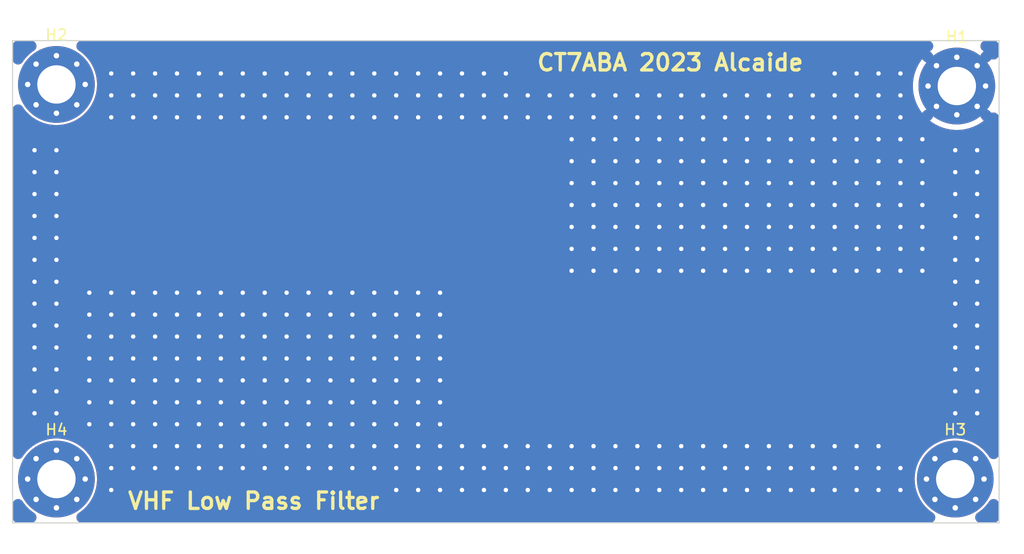
<source format=kicad_pcb>
(kicad_pcb (version 20211014) (generator pcbnew)
  (layers (0 "F.Cu" signal) (31 "B.Cu" signal) (34 "B.Paste" user) (35 "F.Paste" user) (36 "B.SilkS" user "B.Silkscreen") (37 "F.SilkS" user "F.Silkscreen") (38 "B.Mask" user) (39 "F.Mask" user) (44 "Edge.Cuts" user))
  (net 0 "")
  (net 1 "gnd")
  (footprint "MountingHole:MountingHole_3.5mm_Pad_Via" (layer "F.Cu") (at 176.143845 62.143845)
    (fp_text reference "H1" (at 0 -4.5) (layer "F.SilkS"))
    (fp_text value "MountingHole")
    (pad "1" thru_hole circle locked (at -2.625 0) (size 0.8 0.8) (drill 0.5) (layers *.Cu *.Mask))
    (pad "1" thru_hole circle locked (at 1.856155 -1.856155) (size 0.8 0.8) (drill 0.5) (layers *.Cu *.Mask))
    (pad "1" thru_hole circle locked (at -1.856155 -1.856155) (size 0.8 0.8) (drill 0.5) (layers *.Cu *.Mask))
    (pad "1" thru_hole circle locked (at -1.856155 1.856155) (size 0.8 0.8) (drill 0.5) (layers *.Cu *.Mask))
    (pad "1" thru_hole circle locked (at 0 2.625) (size 0.8 0.8) (drill 0.5) (layers *.Cu *.Mask))
    (pad "1" thru_hole circle locked (at 1.856155 1.856155) (size 0.8 0.8) (drill 0.5) (layers *.Cu *.Mask))
    (pad "1" thru_hole circle locked (at 2.625 0) (size 0.8 0.8) (drill 0.5) (layers *.Cu *.Mask))
    (pad "1" thru_hole circle (at 0 0) (size 7 7) (drill 3.5) (layers *.Cu *.Mask) (net 1 "gnd"))
    (pad "1" thru_hole circle locked (at 0 -2.625) (size 0.8 0.8) (drill 0.5) (layers *.Cu *.Mask))
  )
  (footprint "MountingHole:MountingHole_3.5mm_Pad_Via" (layer "F.Cu") (at 176 98)
    (fp_text reference "H3" (at 0 -4.5) (layer "F.SilkS"))
    (fp_text value "MountingHole")
    (pad "1" thru_hole circle locked (at 2.625 0) (size 0.8 0.8) (drill 0.5) (layers *.Cu *.Mask))
    (pad "1" thru_hole circle locked (at 0 2.625) (size 0.8 0.8) (drill 0.5) (layers *.Cu *.Mask))
    (pad "1" thru_hole circle locked (at 0 0) (size 7 7) (drill 3.5) (layers *.Cu *.Mask))
    (pad "1" thru_hole circle locked (at -1.856155 1.856155) (size 0.8 0.8) (drill 0.5) (layers *.Cu *.Mask))
    (pad "1" thru_hole circle locked (at 1.856155 -1.856155) (size 0.8 0.8) (drill 0.5) (layers *.Cu *.Mask))
    (pad "1" thru_hole circle locked (at 1.856155 1.856155) (size 0.8 0.8) (drill 0.5) (layers *.Cu *.Mask))
    (pad "1" thru_hole circle locked (at -1.856155 -1.856155) (size 0.8 0.8) (drill 0.5) (layers *.Cu *.Mask))
    (pad "1" thru_hole circle locked (at 0 -2.625) (size 0.8 0.8) (drill 0.5) (layers *.Cu *.Mask))
    (pad "1" thru_hole circle locked (at -2.625 0) (size 0.8 0.8) (drill 0.5) (layers *.Cu *.Mask))
  )
  (footprint "MountingHole:MountingHole_3.5mm_Pad_Via" (layer "F.Cu") (at 94 98)
    (fp_text reference "H4" (at 0 -4.5) (layer "F.SilkS"))
    (fp_text value "MountingHole")
    (pad "1" thru_hole circle locked (at 0 0) (size 7 7) (drill 3.5) (layers *.Cu *.Mask))
    (pad "1" thru_hole circle locked (at 0 -2.625) (size 0.8 0.8) (drill 0.5) (layers *.Cu *.Mask))
    (pad "1" thru_hole circle locked (at -1.856155 1.856155) (size 0.8 0.8) (drill 0.5) (layers *.Cu *.Mask))
    (pad "1" thru_hole circle locked (at -2.625 0) (size 0.8 0.8) (drill 0.5) (layers *.Cu *.Mask))
    (pad "1" thru_hole circle locked (at 1.856155 -1.856155) (size 0.8 0.8) (drill 0.5) (layers *.Cu *.Mask))
    (pad "1" thru_hole circle locked (at 0 2.625) (size 0.8 0.8) (drill 0.5) (layers *.Cu *.Mask))
    (pad "1" thru_hole circle locked (at 2.625 0) (size 0.8 0.8) (drill 0.5) (layers *.Cu *.Mask))
    (pad "1" thru_hole circle locked (at 1.856155 1.856155) (size 0.8 0.8) (drill 0.5) (layers *.Cu *.Mask))
    (pad "1" thru_hole circle locked (at -1.856155 -1.856155) (size 0.8 0.8) (drill 0.5) (layers *.Cu *.Mask))
  )
  (footprint "MountingHole:MountingHole_3.5mm_Pad_Via" (layer "F.Cu") (at 94 62)
    (fp_text reference "H2" (at 0 -4.5) (layer "F.SilkS"))
    (fp_text value "MountingHole")
    (pad "1" thru_hole circle locked (at 2.625 0) (size 0.8 0.8) (drill 0.5) (layers *.Cu *.Mask))
    (pad "1" thru_hole circle locked (at 0 -2.625) (size 0.8 0.8) (drill 0.5) (layers *.Cu *.Mask))
    (pad "1" thru_hole circle locked (at -1.856155 -1.856155) (size 0.8 0.8) (drill 0.5) (layers *.Cu *.Mask))
    (pad "1" thru_hole circle locked (at 1.856155 -1.856155) (size 0.8 0.8) (drill 0.5) (layers *.Cu *.Mask))
    (pad "1" thru_hole circle locked (at -2.625 0) (size 0.8 0.8) (drill 0.5) (layers *.Cu *.Mask))
    (pad "1" thru_hole circle locked (at 1.856155 1.856155) (size 0.8 0.8) (drill 0.5) (layers *.Cu *.Mask))
    (pad "1" thru_hole circle locked (at 0 0) (size 7 7) (drill 3.5) (layers *.Cu *.Mask))
    (pad "1" thru_hole circle locked (at -1.856155 1.856155) (size 0.8 0.8) (drill 0.5) (layers *.Cu *.Mask))
    (pad "1" thru_hole circle locked (at 0 2.625) (size 0.8 0.8) (drill 0.5) (layers *.Cu *.Mask))
  )
  (gr_poly (pts (xy 152 91) (xy 133 91) (xy 133 84) (xy 152 84)) (layer "F.Cu") (width 0.2) (fill solid))
  (gr_poly (pts (xy 172 91) (xy 154 91) (xy 154 84) (xy 172 84)) (layer "F.Cu") (width 0.2) (fill solid))
  (gr_poly (pts (xy 137 76) (xy 119 76) (xy 119 69) (xy 137 69)) (layer "F.Cu") (width 0.2) (fill solid))
  (gr_poly (pts (xy 117 76) (xy 98 76) (xy 98 69) (xy 117 69)) (layer "F.Cu") (width 0.2) (fill solid))
  (gr_poly (pts (xy 180 102) (xy 90 102) (xy 90 58) (xy 180 58)) (layer "Edge.Cuts") (width 0.1) (fill none))
  (gr_text "VHF Low Pass Filter" (at 112 100) (layer "F.SilkS") (effects (font (size 1.5 1.5) (thickness 0.3))))
  (gr_text "CT7ABA 2023 Alcaide" (at 150 60) (layer "F.SilkS") (effects (font (size 1.5 1.5) (thickness 0.3))))
  (via (at 165 99) (size 0.8) (drill 0.4) (layers "F.Cu" "B.Cu") (net 1))
  (via (at 157 65) (size 0.8) (drill 0.4) (layers "F.Cu" "B.Cu") (net 1))
  (via (at 97 91) (size 0.8) (drill 0.4) (layers "F.Cu" "B.Cu") (net 1))
  (via (at 151 95) (size 0.8) (drill 0.4) (layers "F.Cu" "B.Cu") (net 1))
  (via (at 107 81) (size 0.8) (drill 0.4) (layers "F.Cu" "B.Cu") (net 1))
  (via (at 157 77) (size 0.8) (drill 0.4) (layers "F.Cu" "B.Cu") (net 1))
  (via (at 176 86) (size 0.8) (drill 0.4) (layers "F.Cu" "B.Cu") (net 1))
  (via (at 149 75) (size 0.8) (drill 0.4) (layers "F.Cu" "B.Cu") (net 1))
  (via (at 169 63) (size 0.8) (drill 0.4) (layers "F.Cu" "B.Cu") (net 1))
  (via (at 141 67) (size 0.8) (drill 0.4) (layers "F.Cu" "B.Cu") (net 1))
  (via (at 121 89) (size 0.8) (drill 0.4) (layers "F.Cu" "B.Cu") (net 1))
  (via (at 165 95) (size 0.8) (drill 0.4) (layers "F.Cu" "B.Cu") (net 1))
  (via (at 143 65) (size 0.8) (drill 0.4) (layers "F.Cu" "B.Cu") (net 1))
  (via (at 113 97) (size 0.8) (drill 0.4) (layers "F.Cu" "B.Cu") (net 1))
  (via (at 92 88) (size 0.8) (drill 0.4) (layers "F.Cu" "B.Cu") (net 1))
  (via (at 99 99) (size 0.8) (drill 0.4) (layers "F.Cu" "B.Cu") (net 1))
  (via (at 127 61) (size 0.8) (drill 0.4) (layers "F.Cu" "B.Cu") (net 1))
  (via (at 115 87) (size 0.8) (drill 0.4) (layers "F.Cu" "B.Cu") (net 1))
  (via (at 157 69) (size 0.8) (drill 0.4) (layers "F.Cu" "B.Cu") (net 1))
  (via (at 107 63) (size 0.8) (drill 0.4) (layers "F.Cu" "B.Cu") (net 1))
  (via (at 176 68) (size 0.8) (drill 0.4) (layers "F.Cu" "B.Cu") (net 1))
  (via (at 139 63) (size 0.8) (drill 0.4) (layers "F.Cu" "B.Cu") (net 1))
  (via (at 141 77) (size 0.8) (drill 0.4) (layers "F.Cu" "B.Cu") (net 1))
  (via (at 101 63) (size 0.8) (drill 0.4) (layers "F.Cu" "B.Cu") (net 1))
  (via (at 163 71) (size 0.8) (drill 0.4) (layers "F.Cu" "B.Cu") (net 1))
  (via (at 157 73) (size 0.8) (drill 0.4) (layers "F.Cu" "B.Cu") (net 1))
  (via (at 105 81) (size 0.8) (drill 0.4) (layers "F.Cu" "B.Cu") (net 1))
  (via (at 143 77) (size 0.8) (drill 0.4) (layers "F.Cu" "B.Cu") (net 1))
  (via (at 149 71) (size 0.8) (drill 0.4) (layers "F.Cu" "B.Cu") (net 1))
  (via (at 107 65) (size 0.8) (drill 0.4) (layers "F.Cu" "B.Cu") (net 1))
  (via (at 105 91) (size 0.8) (drill 0.4) (layers "F.Cu" "B.Cu") (net 1))
  (via (at 113 91) (size 0.8) (drill 0.4) (layers "F.Cu" "B.Cu") (net 1))
  (via (at 129 95) (size 0.8) (drill 0.4) (layers "F.Cu" "B.Cu") (net 1))
  (via (at 163 75) (size 0.8) (drill 0.4) (layers "F.Cu" "B.Cu") (net 1))
  (via (at 133 99) (size 0.8) (drill 0.4) (layers "F.Cu" "B.Cu") (net 1))
  (via (at 111 97) (size 0.8) (drill 0.4) (layers "F.Cu" "B.Cu") (net 1))
  (via (at 173 71) (size 0.8) (drill 0.4) (layers "F.Cu" "B.Cu") (net 1))
  (via (at 163 73) (size 0.8) (drill 0.4) (layers "F.Cu" "B.Cu") (net 1))
  (via (at 127 81) (size 0.8) (drill 0.4) (layers "F.Cu" "B.Cu") (net 1))
  (via (at 97 83) (size 0.8) (drill 0.4) (layers "F.Cu" "B.Cu") (net 1))
  (via (at 121 63) (size 0.8) (drill 0.4) (layers "F.Cu" "B.Cu") (net 1))
  (via (at 163 99) (size 0.8) (drill 0.4) (layers "F.Cu" "B.Cu") (net 1))
  (via (at 167 95) (size 0.8) (drill 0.4) (layers "F.Cu" "B.Cu") (net 1))
  (via (at 117 61) (size 0.8) (drill 0.4) (layers "F.Cu" "B.Cu") (net 1))
  (via (at 171 61) (size 0.8) (drill 0.4) (layers "F.Cu" "B.Cu") (net 1))
  (via (at 127 91) (size 0.8) (drill 0.4) (layers "F.Cu" "B.Cu") (net 1))
  (via (at 159 69) (size 0.8) (drill 0.4) (layers "F.Cu" "B.Cu") (net 1))
  (via (at 92 90) (size 0.8) (drill 0.4) (layers "F.Cu" "B.Cu") (net 1))
  (via (at 135 95) (size 0.8) (drill 0.4) (layers "F.Cu" "B.Cu") (net 1))
  (via (at 125 89) (size 0.8) (drill 0.4) (layers "F.Cu" "B.Cu") (net 1))
  (via (at 105 63) (size 0.8) (drill 0.4) (layers "F.Cu" "B.Cu") (net 1))
  (via (at 123 65) (size 0.8) (drill 0.4) (layers "F.Cu" "B.Cu") (net 1))
  (via (at 151 71) (size 0.8) (drill 0.4) (layers "F.Cu" "B.Cu") (net 1))
  (via (at 119 91) (size 0.8) (drill 0.4) (layers "F.Cu" "B.Cu") (net 1))
  (via (at 113 87) (size 0.8) (drill 0.4) (layers "F.Cu" "B.Cu") (net 1))
  (via (at 165 75) (size 0.8) (drill 0.4) (layers "F.Cu" "B.Cu") (net 1))
  (via (at 97 87) (size 0.8) (drill 0.4) (layers "F.Cu" "B.Cu") (net 1))
  (via (at 147 73) (size 0.8) (drill 0.4) (layers "F.Cu" "B.Cu") (net 1))
  (via (at 171 63) (size 0.8) (drill 0.4) (layers "F.Cu" "B.Cu") (net 1))
  (via (at 155 67) (size 0.8) (drill 0.4) (layers "F.Cu" "B.Cu") (net 1))
  (via (at 167 97) (size 0.8) (drill 0.4) (layers "F.Cu" "B.Cu") (net 1))
  (via (at 131 65) (size 0.8) (drill 0.4) (layers "F.Cu" "B.Cu") (net 1))
  (via (at 129 93) (size 0.8) (drill 0.4) (layers "F.Cu" "B.Cu") (net 1))
  (via (at 94 78) (size 0.8) (drill 0.4) (layers "F.Cu" "B.Cu") (net 1))
  (via (at 176 80) (size 0.8) (drill 0.4) (layers "F.Cu" "B.Cu") (net 1))
  (via (at 145 99) (size 0.8) (drill 0.4) (layers "F.Cu" "B.Cu") (net 1))
  (via (at 167 69) (size 0.8) (drill 0.4) (layers "F.Cu" "B.Cu") (net 1))
  (via (at 123 83) (size 0.8) (drill 0.4) (layers "F.Cu" "B.Cu") (net 1))
  (via (at 109 85) (size 0.8) (drill 0.4) (layers "F.Cu" "B.Cu") (net 1))
  (via (at 173 79) (size 0.8) (drill 0.4) (layers "F.Cu" "B.Cu") (net 1))
  (via (at 131 95) (size 0.8) (drill 0.4) (layers "F.Cu" "B.Cu") (net 1))
  (via (at 101 61) (size 0.8) (drill 0.4) (layers "F.Cu" "B.Cu") (net 1))
  (via (at 101 95) (size 0.8) (drill 0.4) (layers "F.Cu" "B.Cu") (net 1))
  (via (at 99 83) (size 0.8) (drill 0.4) (layers "F.Cu" "B.Cu") (net 1))
  (via (at 163 67) (size 0.8) (drill 0.4) (layers "F.Cu" "B.Cu") (net 1))
  (via (at 169 73) (size 0.8) (drill 0.4) (layers "F.Cu" "B.Cu") (net 1))
  (via (at 109 87) (size 0.8) (drill 0.4) (layers "F.Cu" "B.Cu") (net 1))
  (via (at 133 65) (size 0.8) (drill 0.4) (layers "F.Cu" "B.Cu") (net 1))
  (via (at 103 63) (size 0.8) (drill 0.4) (layers "F.Cu" "B.Cu") (net 1))
  (via (at 145 95) (size 0.8) (drill 0.4) (layers "F.Cu" "B.Cu") (net 1))
  (via (at 171 73) (size 0.8) (drill 0.4) (layers "F.Cu" "B.Cu") (net 1))
  (via (at 137 97) (size 0.8) (drill 0.4) (layers "F.Cu" "B.Cu") (net 1))
  (via (at 94 84) (size 0.8) (drill 0.4) (layers "F.Cu" "B.Cu") (net 1))
  (via (at 165 67) (size 0.8) (drill 0.4) (layers "F.Cu" "B.Cu") (net 1))
  (via (at 92 72) (size 0.8) (drill 0.4) (layers "F.Cu" "B.Cu") (net 1))
  (via (at 101 81) (size 0.8) (drill 0.4) (layers "F.Cu" "B.Cu") (net 1))
  (via (at 117 97) (size 0.8) (drill 0.4) (layers "F.Cu" "B.Cu") (net 1))
  (via (at 176 82) (size 0.8) (drill 0.4) (layers "F.Cu" "B.Cu") (net 1))
  (via (at 115 93) (size 0.8) (drill 0.4) (layers "F.Cu" "B.Cu") (net 1))
  (via (at 103 85) (size 0.8) (drill 0.4) (layers "F.Cu" "B.Cu") (net 1))
  (via (at 143 97) (size 0.8) (drill 0.4) (layers "F.Cu" "B.Cu") (net 1))
  (via (at 123 91) (size 0.8) (drill 0.4) (layers "F.Cu" "B.Cu") (net 1))
  (via (at 141 71) (size 0.8) (drill 0.4) (layers "F.Cu" "B.Cu") (net 1))
  (via (at 123 93) (size 0.8) (drill 0.4) (layers "F.Cu" "B.Cu") (net 1))
  (via (at 119 63) (size 0.8) (drill 0.4) (layers "F.Cu" "B.Cu") (net 1))
  (via (at 111 63) (size 0.8) (drill 0.4) (layers "F.Cu" "B.Cu") (net 1))
  (via (at 147 67) (size 0.8) (drill 0.4) (layers "F.Cu" "B.Cu") (net 1))
  (via (at 153 69) (size 0.8) (drill 0.4) (layers "F.Cu" "B.Cu") (net 1))
  (via (at 159 77) (size 0.8) (drill 0.4) (layers "F.Cu" "B.Cu") (net 1))
  (via (at 161 71) (size 0.8) (drill 0.4) (layers "F.Cu" "B.Cu") (net 1))
  (via (at 109 95) (size 0.8) (drill 0.4) (layers "F.Cu" "B.Cu") (net 1))
  (via (at 92 68) (size 0.8) (drill 0.4) (layers "F.Cu" "B.Cu") (net 1))
  (via (at 176 78) (size 0.8) (drill 0.4) (layers "F.Cu" "B.Cu") (net 1))
  (via (at 149 97) (size 0.8) (drill 0.4) (layers "F.Cu" "B.Cu") (net 1))
  (via (at 143 75) (size 0.8) (drill 0.4) (layers "F.Cu" "B.Cu") (net 1))
  (via (at 141 79) (size 0.8) (drill 0.4) (layers "F.Cu" "B.Cu") (net 1))
  (via (at 169 79) (size 0.8) (drill 0.4) (layers "F.Cu" "B.Cu") (net 1))
  (via (at 178 76) (size 0.8) (drill 0.4) (layers "F.Cu" "B.Cu") (net 1))
  (via (at 117 87) (size 0.8) (drill 0.4) (layers "F.Cu" "B.Cu") (net 1))
  (via (at 119 95) (size 0.8) (drill 0.4) (layers "F.Cu" "B.Cu") (net 1))
  (via (at 165 65) (size 0.8) (drill 0.4) (layers "F.Cu" "B.Cu") (net 1))
  (via (at 107 85) (size 0.8) (drill 0.4) (layers "F.Cu" "B.Cu") (net 1))
  (via (at 119 93) (size 0.8) (drill 0.4) (layers "F.Cu" "B.Cu") (net 1))
  (via (at 151 97) (size 0.8) (drill 0.4) (layers "F.Cu" "B.Cu") (net 1))
  (via (at 139 65) (size 0.8) (drill 0.4) (layers "F.Cu" "B.Cu") (net 1))
  (via (at 131 97) (size 0.8) (drill 0.4) (layers "F.Cu" "B.Cu") (net 1))
  (via (at 137 65) (size 0.8) (drill 0.4) (layers "F.Cu" "B.Cu") (net 1))
  (via (at 92 82) (size 0.8) (drill 0.4) (layers "F.Cu" "B.Cu") (net 1))
  (via (at 121 91) (size 0.8) (drill 0.4) (layers "F.Cu" "B.Cu") (net 1))
  (via (at 105 85) (size 0.8) (drill 0.4) (layers "F.Cu" "B.Cu") (net 1))
  (via (at 115 63) (size 0.8) (drill 0.4) (layers "F.Cu" "B.Cu") (net 1))
  (via (at 153 63) (size 0.8) (drill 0.4) (layers "F.Cu" "B.Cu") (net 1))
  (via (at 141 65) (size 0.8) (drill 0.4) (layers "F.Cu" "B.Cu") (net 1))
  (via (at 94 92) (size 0.8) (drill 0.4) (layers "F.Cu" "B.Cu") (net 1))
  (via (at 115 85) (size 0.8) (drill 0.4) (layers "F.Cu" "B.Cu") (net 1))
  (via (at 145 71) (size 0.8) (drill 0.4) (layers "F.Cu" "B.Cu") (net 1))
  (via (at 155 71) (size 0.8) (drill 0.4) (layers "F.Cu" "B.Cu") (net 1))
  (via (at 151 77) (size 0.8) (drill 0.4) (layers "F.Cu" "B.Cu") (net 1))
  (via (at 147 65) (size 0.8) (drill 0.4) (layers "F.Cu" "B.Cu") (net 1))
  (via (at 171 75) (size 0.8) (drill 0.4) (layers "F.Cu" "B.Cu") (net 1))
  (via (at 176 84) (size 0.8) (drill 0.4) (layers "F.Cu" "B.Cu") (net 1))
  (via (at 153 75) (size 0.8) (drill 0.4) (layers "F.Cu" "B.Cu") (net 1))
  (via (at 107 87) (size 0.8) (drill 0.4) (layers "F.Cu" "B.Cu") (net 1))
  (via (at 99 85) (size 0.8) (drill 0.4) (layers "F.Cu" "B.Cu") (net 1))
  (via (at 139 99) (size 0.8) (drill 0.4) (layers "F.Cu" "B.Cu") (net 1))
  (via (at 107 91) (size 0.8) (drill 0.4) (layers "F.Cu" "B.Cu") (net 1))
  (via (at 99 87) (size 0.8) (drill 0.4) (layers "F.Cu" "B.Cu") (net 1))
  (via (at 147 97) (size 0.8) (drill 0.4) (layers "F.Cu" "B.Cu") (net 1))
  (via (at 171 77) (size 0.8) (drill 0.4) (layers "F.Cu" "B.Cu") (net 1))
  (via (at 129 83) (size 0.8) (drill 0.4) (layers "F.Cu" "B.Cu") (net 1))
  (via (at 125 93) (size 0.8) (drill 0.4) (layers "F.Cu" "B.Cu") (net 1))
  (via (at 159 67) (size 0.8) (drill 0.4) (layers "F.Cu" "B.Cu") (net 1))
  (via (at 113 85) (size 0.8) (drill 0.4) (layers "F.Cu" "B.Cu") (net 1))
  (via (at 137 63) (size 0.8) (drill 0.4) (layers "F.Cu" "B.Cu") (net 1))
  (via (at 117 95) (size 0.8) (drill 0.4) (layers "F.Cu" "B.Cu") (net 1))
  (via (at 169 75) (size 0.8) (drill 0.4) (layers "F.Cu" "B.Cu") (net 1))
  (via (at 145 67) (size 0.8) (drill 0.4) (layers "F.Cu" "B.Cu") (net 1))
  (via (at 157 63) (size 0.8) (drill 0.4) (layers "F.Cu" "B.Cu") (net 1))
  (via (at 178 80) (size 0.8) (drill 0.4) (layers "F.Cu" "B.Cu") (net 1))
  (via (at 145 73) (size 0.8) (drill 0.4) (layers "F.Cu" "B.Cu") (net 1))
  (via (at 107 95) (size 0.8) (drill 0.4) (layers "F.Cu" "B.Cu") (net 1))
  (via (at 101 89) (size 0.8) (drill 0.4) (layers "F.Cu" "B.Cu") (net 1))
  (via (at 103 95) (size 0.8) (drill 0.4) (layers "F.Cu" "B.Cu") (net 1))
  (via (at 149 67) (size 0.8) (drill 0.4) (layers "F.Cu" "B.Cu") (net 1))
  (via (at 103 65) (size 0.8) (drill 0.4) (layers "F.Cu" "B.Cu") (net 1))
  (via (at 123 85) (size 0.8) (drill 0.4) (layers "F.Cu" "B.Cu") (net 1))
  (via (at 121 87) (size 0.8) (drill 0.4) (layers "F.Cu" "B.Cu") (net 1))
  (via (at 105 61) (size 0.8) (drill 0.4) (layers "F.Cu" "B.Cu") (net 1))
  (via (at 94 80) (size 0.8) (drill 0.4) (layers "F.Cu" "B.Cu") (net 1))
  (via (at 129 87) (size 0.8) (drill 0.4) (layers "F.Cu" "B.Cu") (net 1))
  (via (at 125 61) (size 0.8) (drill 0.4) (layers "F.Cu" "B.Cu") (net 1))
  (via (at 143 73) (size 0.8) (drill 0.4) (layers "F.Cu" "B.Cu") (net 1))
  (via (at 103 97) (size 0.8) (drill 0.4) (layers "F.Cu" "B.Cu") (net 1))
  (via (at 159 95) (size 0.8) (drill 0.4) (layers "F.Cu" "B.Cu") (net 1))
  (via (at 163 63) (size 0.8) (drill 0.4) (layers "F.Cu" "B.Cu") (net 1))
  (via (at 111 65) (size 0.8) (drill 0.4) (layers "F.Cu" "B.Cu") (net 1))
  (via (at 127 97) (size 0.8) (drill 0.4) (layers "F.Cu" "B.Cu") (net 1))
  (via (at 125 65) (size 0.8) (drill 0.4) (layers "F.Cu" "B.Cu") (net 1))
  (via (at 167 77) (size 0.8) (drill 0.4) (layers "F.Cu" "B.Cu") (net 1))
  (via (at 103 89) (size 0.8) (drill 0.4) (layers "F.Cu" "B.Cu") (net 1))
  (via (at 149 79) (size 0.8) (drill 0.4) (layers "F.Cu" "B.Cu") (net 1))
  (via (at 155 75) (size 0.8) (drill 0.4) (layers "F.Cu" "B.Cu") (net 1))
  (via (at 129 65) (size 0.8) (drill 0.4) (layers "F.Cu" "B.Cu") (net 1))
  (via (at 135 99) (size 0.8) (drill 0.4) (layers "F.Cu" "B.Cu") (net 1))
  (via (at 176 70) (size 0.8) (drill 0.4) (layers "F.Cu" "B.Cu") (net 1))
  (via (at 103 87) (size 0.8) (drill 0.4) (layers "F.Cu" "B.Cu") (net 1))
  (via (at 121 85) (size 0.8) (drill 0.4) (layers "F.Cu" "B.Cu") (net 1))
  (via (at 178 84) (size 0.8) (drill 0.4) (layers "F.Cu" "B.Cu") (net 1))
  (via (at 121 81) (size 0.8) (drill 0.4) (layers "F.Cu" "B.Cu") (net 1))
  (via (at 101 65) (size 0.8) (drill 0.4) (layers "F.Cu" "B.Cu") (net 1))
  (via (at 155 95) (size 0.8) (drill 0.4) (layers "F.Cu" "B.Cu") (net 1))
  (via (at 111 95) (size 0.8) (drill 0.4) (layers "F.Cu" "B.Cu") (net 1))
  (via (at 145 65) (size 0.8) (drill 0.4) (layers "F.Cu" "B.Cu") (net 1))
  (via (at 155 97) (size 0.8) (drill 0.4) (layers "F.Cu" "B.Cu") (net 1))
  (via (at 163 95) (size 0.8) (drill 0.4) (layers "F.Cu" "B.Cu") (net 1))
  (via (at 147 77) (size 0.8) (drill 0.4) (layers "F.Cu" "B.Cu") (net 1))
  (via (at 153 95) (size 0.8) (drill 0.4) (layers "F.Cu" "B.Cu") (net 1))
  (via (at 143 99) (size 0.8) (drill 0.4) (layers "F.Cu" "B.Cu") (net 1))
  (via (at 169 61) (size 0.8) (drill 0.4) (layers "F.Cu" "B.Cu") (net 1))
  (via (at 127 85) (size 0.8) (drill 0.4) (layers "F.Cu" "B.Cu") (net 1))
  (via (at 153 99) (size 0.8) (drill 0.4) (layers "F.Cu" "B.Cu") (net 1))
  (via (at 119 65) (size 0.8) (drill 0.4) (layers "F.Cu" "B.Cu") (net 1))
  (via (at 109 61) (size 0.8) (drill 0.4) (layers "F.Cu" "B.Cu") (net 1))
  (via (at 99 91) (size 0.8) (drill 0.4) (layers "F.Cu" "B.Cu") (net 1))
  (via (at 101 91) (size 0.8) (drill 0.4) (layers "F.Cu" "B.Cu") (net 1))
  (via (at 129 97) (size 0.8) (drill 0.4) (layers "F.Cu" "B.Cu") (net 1))
  (via (at 173 75) (size 0.8) (drill 0.4) (layers "F.Cu" "B.Cu") (net 1))
  (via (at 94 76) (size 0.8) (drill 0.4) (layers "F.Cu" "B.Cu") (net 1))
  (via (at 161 75) (size 0.8) (drill 0.4) (layers "F.Cu" "B.Cu") (net 1))
  (via (at 97 93) (size 0.8) (drill 0.4) (layers "F.Cu" "B.Cu") (net 1))
  (via (at 167 67) (size 0.8) (drill 0.4) (layers "F.Cu" "B.Cu") (net 1))
  (via (at 153 67) (size 0.8) (drill 0.4) (layers "F.Cu" "B.Cu") (net 1))
  (via (at 178 70) (size 0.8) (drill 0.4) (layers "F.Cu" "B.Cu") (net 1))
  (via (at 161 69) (size 0.8) (drill 0.4) (layers "F.Cu" "B.Cu") (net 1))
  (via (at 129 81) (size 0.8) (drill 0.4) (layers "F.Cu" "B.Cu") (net 1))
  (via (at 115 95) (size 0.8) (drill 0.4) (layers "F.Cu" "B.Cu") (net 1))
  (via (at 159 65) (size 0.8) (drill 0.4) (layers "F.Cu" "B.Cu") (net 1))
  (via (at 151 63) (size 0.8) (drill 0.4) (layers "F.Cu" "B.Cu") (net 1))
  (via (at 153 79) (size 0.8) (drill 0.4) (layers "F.Cu" "B.Cu") (net 1))
  (via (at 178 88) (size 0.8) (drill 0.4) (layers "F.Cu" "B.Cu") (net 1))
  (via (at 107 97) (size 0.8) (drill 0.4) (layers "F.Cu" "B.Cu") (net 1))
  (via (at 113 63) (size 0.8) (drill 0.4) (layers "F.Cu" "B.Cu") (net 1))
  (via (at 178 82) (size 0.8) (drill 0.4) (layers "F.Cu" "B.Cu") (net 1))
  (via (at 115 83) (size 0.8) (drill 0.4) (layers "F.Cu" "B.Cu") (net 1))
  (via (at 173 73) (size 0.8) (drill 0.4) (layers "F.Cu" "B.Cu") (net 1))
  (via (at 105 95) (size 0.8) (drill 0.4) (layers "F.Cu" "B.Cu") (net 1))
  (via (at 159 63) (size 0.8) (drill 0.4) (layers "F.Cu" "B.Cu") (net 1))
  (via (at 143 95) (size 0.8) (drill 0.4) (layers "F.Cu" "B.Cu") (net 1))
  (via (at 125 97) (size 0.8) (drill 0.4) (layers "F.Cu" "B.Cu") (net 1))
  (via (at 139 95) (size 0.8) (drill 0.4) (layers "F.Cu" "B.Cu") (net 1))
  (via (at 169 77) (size 0.8) (drill 0.4) (layers "F.Cu" "B.Cu") (net 1))
  (via (at 143 67) (size 0.8) (drill 0.4) (layers "F.Cu" "B.Cu") (net 1))
  (via (at 99 93) (size 0.8) (drill 0.4) (layers "F.Cu" "B.Cu") (net 1))
  (via (at 135 97) (size 0.8) (drill 0.4) (layers "F.Cu" "B.Cu") (net 1))
  (via (at 141 73) (size 0.8) (drill 0.4) (layers "F.Cu" "B.Cu") (net 1))
  (via (at 159 73) (size 0.8) (drill 0.4) (layers "F.Cu" "B.Cu") (net 1))
  (via (at 145 69) (size 0.8) (drill 0.4) (layers "F.Cu" "B.Cu") (net 1))
  (via (at 99 81) (size 0.8) (drill 0.4) (layers "F.Cu" "B.Cu") (net 1))
  (via (at 117 85) (size 0.8) (drill 0.4) (layers "F.Cu" "B.Cu") (net 1))
  (via (at 103 91) (size 0.8) (drill 0.4) (layers "F.Cu" "B.Cu") (net 1))
  (via (at 115 61) (size 0.8) (drill 0.4) (layers "F.Cu" "B.Cu") (net 1))
  (via (at 113 95) (size 0.8) (drill 0.4) (layers "F.Cu" "B.Cu") (net 1))
  (via (at 94 70) (size 0.8) (drill 0.4) (layers "F.Cu" "B.Cu") (net 1))
  (via (at 165 71) (size 0.8) (drill 0.4) (layers "F.Cu" "B.Cu") (net 1))
  (via (at 176 74) (size 0.8) (drill 0.4) (layers "F.Cu" "B.Cu") (net 1))
  (via (at 176 90) (size 0.8) (drill 0.4) (layers "F.Cu" "B.Cu") (net 1))
  (via (at 159 99) (size 0.8) (drill 0.4) (layers "F.Cu" "B.Cu") (net 1))
  (via (at 145 77) (size 0.8) (drill 0.4) (layers "F.Cu" "B.Cu") (net 1))
  (via (at 149 63) (size 0.8) (drill 0.4) (layers "F.Cu" "B.Cu") (net 1))
  (via (at 113 81) (size 0.8) (drill 0.4) (layers "F.Cu" "B.Cu") (net 1))
  (via (at 97 81) (size 0.8) (drill 0.4) (layers "F.Cu" "B.Cu") (net 1))
  (via (at 161 99) (size 0.8) (drill 0.4) (layers "F.Cu" "B.Cu") (net 1))
  (via (at 178 68) (size 0.8) (drill 0.4) (layers "F.Cu" "B.Cu") (net 1))
  (via (at 143 79) (size 0.8) (drill 0.4) (layers "F.Cu" "B.Cu") (net 1))
  (via (at 109 93) (size 0.8) (drill 0.4) (layers "F.Cu" "B.Cu") (net 1))
  (via (at 178 74) (size 0.8) (drill 0.4) (layers "F.Cu" "B.Cu") (net 1))
  (via (at 119 83) (size 0.8) (drill 0.4) (layers "F.Cu" "B.Cu") (net 1))
  (via (at 159 75) (size 0.8) (drill 0.4) (layers "F.Cu" "B.Cu") (net 1))
  (via (at 135 63) (size 0.8) (drill 0.4) (layers "F.Cu" "B.Cu") (net 1))
  (via (at 161 77) (size 0.8) (drill 0.4) (layers "F.Cu" "B.Cu") (net 1))
  (via (at 165 69) (size 0.8) (drill 0.4) (layers "F.Cu" "B.Cu") (net 1))
  (via (at 123 61) (size 0.8) (drill 0.4) (layers "F.Cu" "B.Cu") (net 1))
  (via (at 147 75) (size 0.8) (drill 0.4) (layers "F.Cu" "B.Cu") (net 1))
  (via (at 123 97) (size 0.8) (drill 0.4) (layers "F.Cu" "B.Cu") (net 1))
  (via (at 151 99) (size 0.8) (drill 0.4) (layers "F.Cu" "B.Cu") (net 1))
  (via (at 149 69) (size 0.8) (drill 0.4) (layers "F.Cu" "B.Cu") (net 1))
  (via (at 161 95) (size 0.8) (drill 0.4) (layers "F.Cu" "B.Cu") (net 1))
  (via (at 133 61) (size 0.8) (drill 0.4) (layers "F.Cu" "B.Cu") (net 1))
  (via (at 125 85) (size 0.8) (drill 0.4) (layers "F.Cu" "B.Cu") (net 1))
  (via (at 165 79) (size 0.8) (drill 0.4) (layers "F.Cu" "B.Cu") (net 1))
  (via (at 157 79) (size 0.8) (drill 0.4) (layers "F.Cu" "B.Cu") (net 1))
  (via (at 105 83) (size 0.8) (drill 0.4) (layers "F.Cu" "B.Cu") (net 1))
  (via (at 119 89) (size 0.8) (drill 0.4) (layers "F.Cu" "B.Cu") (net 1))
  (via (at 153 97) (size 0.8) (drill 0.4) (layers "F.Cu" "B.Cu") (net 1))
  (via (at 151 67) (size 0.8) (drill 0.4) (layers "F.Cu" "B.Cu") (net 1))
  (via (at 157 97) (size 0.8) (drill 0.4) (layers "F.Cu" "B.Cu") (net 1))
  (via (at 157 75) (size 0.8) (drill 0.4) (layers "F.Cu" "B.Cu") (net 1))
  (via (at 125 95) (size 0.8) (drill 0.4) (layers "F.Cu" "B.Cu") (net 1))
  (via (at 161 97) (size 0.8) (drill 0.4) (layers "F.Cu" "B.Cu") (net 1))
  (via (at 139 97) (size 0.8) (drill 0.4) (layers "F.Cu" "B.Cu") (net 1))
  (via (at 92 92) (size 0.8) (drill 0.4) (layers "F.Cu" "B.Cu") (net 1))
  (via (at 99 97) (size 0.8) (drill 0.4) (layers "F.Cu" "B.Cu") (net 1))
  (via (at 113 65) (size 0.8) (drill 0.4) (layers "F.Cu" "B.Cu") (net 1))
  (via (at 111 91) (size 0.8) (drill 0.4) (layers "F.Cu" "B.Cu") (net 1))
  (via (at 123 89) (size 0.8) (drill 0.4) (layers "F.Cu" "B.Cu") (net 1))
  (via (at 127 93) (size 0.8) (drill 0.4) (layers "F.Cu" "B.Cu") (net 1))
  (via (at 92 78) (size 0.8) (drill 0.4) (layers "F.Cu" "B.Cu") (net 1))
  (via (at 143 69) (size 0.8) (drill 0.4) (layers "F.Cu" "B.Cu") (net 1))
  (via (at 171 79) (size 0.8) (drill 0.4) (layers "F.Cu" "B.Cu") (net 1))
  (via (at 155 63) (size 0.8) (drill 0.4) (layers "F.Cu" "B.Cu") (net 1))
  (via (at 145 63) (size 0.8) (drill 0.4) (layers "F.Cu" "B.Cu") (net 1))
  (via (at 123 87) (size 0.8) (drill 0.4) (layers "F.Cu" "B.Cu") (net 1))
  (via (at 147 63) (size 0.8) (drill 0.4) (layers "F.Cu" "B.Cu") (net 1))
  (via (at 92 70) (size 0.8) (drill 0.4) (layers "F.Cu" "B.Cu") (net 1))
  (via (at 109 83) (size 0.8) (drill 0.4) (layers "F.Cu" "B.Cu") (net 1))
  (via (at 149 95) (size 0.8) (drill 0.4) (layers "F.Cu" "B.Cu") (net 1))
  (via (at 94 82) (size 0.8) (drill 0.4) (layers "F.Cu" "B.Cu") (net 1))
  (via (at 94 74) (size 0.8) (drill 0.4) (layers "F.Cu" "B.Cu") (net 1))
  (via (at 107 61) (size 0.8) (drill 0.4) (layers "F.Cu" "B.Cu") (net 1))
  (via (at 101 83) (size 0.8) (drill 0.4) (layers "F.Cu" "B.Cu") (net 1))
  (via (at 113 61) (size 0.8) (drill 0.4) (layers "F.Cu" "B.Cu") (net 1))
  (via (at 141 95) (size 0.8) (drill 0.4) (layers "F.Cu" "B.Cu") (net 1))
  (via (at 123 63) (size 0.8) (drill 0.4) (layers "F.Cu" "B.Cu") (net 1))
  (via (at 173 67) (size 0.8) (drill 0.4) (layers "F.Cu" "B.Cu") (net 1))
  (via (at 176 72) (size 0.8) (drill 0.4) (layers "F.Cu" "B.Cu") (net 1))
  (via (at 119 85) (size 0.8) (drill 0.4) (layers "F.Cu" "B.Cu") (net 1))
  (via (at 153 65) (size 0.8) (drill 0.4) (layers "F.Cu" "B.Cu") (net 1))
  (via (at 115 91) (size 0.8) (drill 0.4) (layers "F.Cu" "B.Cu") (net 1))
  (via (at 165 97) (size 0.8) (drill 0.4) (layers "F.Cu" "B.Cu") (net 1))
  (via (at 109 65) (size 0.8) (drill 0.4) (layers "F.Cu" "B.Cu") (net 1))
  (via (at 133 97) (size 0.8) (drill 0.4) (layers "F.Cu" "B.Cu") (net 1))
  (via (at 94 72) (size 0.8) (drill 0.4) (layers "F.Cu" "B.Cu") (net 1))
  (via (at 157 67) (size 0.8) (drill 0.4) (layers "F.Cu" "B.Cu") (net 1))
  (via (at 163 79) (size 0.8) (drill 0.4) (layers "F.Cu" "B.Cu") (net 1))
  (via (at 92 80) (size 0.8) (drill 0.4) (layers "F.Cu" "B.Cu") (net 1))
  (via (at 117 83) (size 0.8) (drill 0.4) (layers "F.Cu" "B.Cu") (net 1))
  (via (at 115 65) (size 0.8) (drill 0.4) (layers "F.Cu" "B.Cu") (net 1))
  (via (at 163 65) (size 0.8) (drill 0.4) (layers "F.Cu" "B.Cu") (net 1))
  (via (at 155 65) (size 0.8) (drill 0.4) (layers "F.Cu" "B.Cu") (net 1))
  (via (at 127 99) (size 0.8) (drill 0.4) (layers "F.Cu" "B.Cu") (net 1))
  (via (at 111 87) (size 0.8) (drill 0.4) (layers "F.Cu" "B.Cu") (net 1))
  (via (at 145 79) (size 0.8) (drill 0.4) (layers "F.Cu" "B.Cu") (net 1))
  (via (at 159 97) (size 0.8) (drill 0.4) (layers "F.Cu" "B.Cu") (net 1))
  (via (at 111 93) (size 0.8) (drill 0.4) (layers "F.Cu" "B.Cu") (net 1))
  (via (at 149 77) (size 0.8) (drill 0.4) (layers "F.Cu" "B.Cu") (net 1))
  (via (at 117 91) (size 0.8) (drill 0.4) (layers "F.Cu" "B.Cu") (net 1))
  (via (at 121 95) (size 0.8) (drill 0.4) (layers "F.Cu" "B.Cu") (net 1))
  (via (at 169 71) (size 0.8) (drill 0.4) (layers "F.Cu" "B.Cu") (net 1))
  (via (at 117 93) (size 0.8) (drill 0.4) (layers "F.Cu" "B.Cu") (net 1))
  (via (at 123 95) (size 0.8) (drill 0.4) (layers "F.Cu" "B.Cu") (net 1))
  (via (at 178 90) (size 0.8) (drill 0.4) (layers "F.Cu" "B.Cu") (net 1))
  (via (at 121 65) (size 0.8) (drill 0.4) (layers "F.Cu" "B.Cu") (net 1))
  (via (at 149 65) (size 0.8) (drill 0.4) (layers "F.Cu" "B.Cu") (net 1))
  (via (at 109 97) (size 0.8) (drill 0.4) (layers "F.Cu" "B.Cu") (net 1))
  (via (at 171 99) (size 0.8) (drill 0.4) (layers "F.Cu" "B.Cu") (net 1))
  (via (at 141 69) (size 0.8) (drill 0.4) (layers "F.Cu" "B.Cu") (net 1))
  (via (at 101 97) (size 0.8) (drill 0.4) (layers "F.Cu" "B.Cu") (net 1))
  (via (at 137 99) (size 0.8) (drill 0.4) (layers "F.Cu" "B.Cu") (net 1))
  (via (at 141 99) (size 0.8) (drill 0.4) (layers "F.Cu" "B.Cu") (net 1))
  (via (at 147 71) (size 0.8) (drill 0.4) (layers "F.Cu" "B.Cu") (net 1))
  (via (at 105 65) (size 0.8) (drill 0.4) (layers "F.Cu" "B.Cu") (net 1))
  (via (at 109 89) (size 0.8) (drill 0.4) (layers "F.Cu" "B.Cu") (net 1))
  (via (at 155 79) (size 0.8) (drill 0.4) (layers "F.Cu" "B.Cu") (net 1))
  (via (at 129 99) (size 0.8) (drill 0.4) (layers "F.Cu" "B.Cu") (net 1))
  (via (at 111 61) (size 0.8) (drill 0.4) (layers "F.Cu" "B.Cu") (net 1))
  (via (at 151 75) (size 0.8) (drill 0.4) (layers "F.Cu" "B.Cu") (net 1))
  (via (at 125 63) (size 0.8) (drill 0.4) (layers "F.Cu" "B.Cu") (net 1))
  (via (at 147 99) (size 0.8) (drill 0.4) (layers "F.Cu" "B.Cu") (net 1))
  (via (at 167 99) (size 0.8) (drill 0.4) (layers "F.Cu" "B.Cu") (net 1))
  (via (at 119 87) (size 0.8) (drill 0.4) (layers "F.Cu" "B.Cu") (net 1))
  (via (at 141 97) (size 0.8) (drill 0.4) (layers "F.Cu" "B.Cu") (net 1))
  (via (at 145 75) (size 0.8) (drill 0.4) (layers "F.Cu" "B.Cu") (net 1))
  (via (at 151 73) (size 0.8) (drill 0.4) (layers "F.Cu" "B.Cu") (net 1))
  (via (at 107 83) (size 0.8) (drill 0.4) (layers "F.Cu" "B.Cu") (net 1))
  (via (at 167 61) (size 0.8) (drill 0.4) (layers "F.Cu" "B.Cu") (net 1))
  (via (at 153 77) (size 0.8) (drill 0.4) (layers "F.Cu" "B.Cu") (net 1))
  (via (at 133 63) (size 0.8) (drill 0.4) (layers "F.Cu" "B.Cu") (net 1))
  (via (at 111 89) (size 0.8) (drill 0.4) (layers "F.Cu" "B.Cu") (net 1))
  (via (at 161 65) (size 0.8) (drill 0.4) (layers "F.Cu" "B.Cu") (net 1))
  (via (at 103 61) (size 0.8) (drill 0.4) (layers "F.Cu" "B.Cu") (net 1))
  (via (at 92 76) (size 0.8) (drill 0.4) (layers "F.Cu" "B.Cu") (net 1))
  (via (at 155 69) (size 0.8) (drill 0.4) (layers "F.Cu" "B.Cu") (net 1))
  (via (at 101 85) (size 0.8) (drill 0.4) (layers "F.Cu" "B.Cu") (net 1))
  (via (at 157 71) (size 0.8) (drill 0.4) (layers "F.Cu" "B.Cu") (net 1))
  (via (at 133 95) (size 0.8) (drill 0.4) (layers "F.Cu" "B.Cu") (net 1))
  (via (at 99 95) (size 0.8) (drill 0.4) (layers "F.Cu" "B.Cu") (net 1))
  (via (at 131 99) (size 0.8) (drill 0.4) (layers "F.Cu" "B.Cu") (net 1))
  (via (at 167 75) (size 0.8) (drill 0.4) (layers "F.Cu" "B.Cu") (net 1))
  (via (at 149 99) (size 0.8) (drill 0.4) (layers "F.Cu" "B.Cu") (net 1))
  (via (at 123 81) (size 0.8) (drill 0.4) (layers "F.Cu" "B.Cu") (net 1))
  (via (at 111 85) (size 0.8) (drill 0.4) (layers "F.Cu" "B.Cu") (net 1))
  (via (at 169 65) (size 0.8) (drill 0.4) (layers "F.Cu" "B.Cu") (net 1))
  (via (at 117 89) (size 0.8) (drill 0.4) (layers "F.Cu" "B.Cu") (net 1))
  (via (at 159 79) (size 0.8) (drill 0.4) (layers "F.Cu" "B.Cu") (net 1))
  (via (at 99 61) (size 0.8) (drill 0.4) (layers "F.Cu" "B.Cu") (net 1))
  (via (at 147 79) (size 0.8) (drill 0.4) (layers "F.Cu" "B.Cu") (net 1))
  (via (at 167 79) (size 0.8) (drill 0.4) (layers "F.Cu" "B.Cu") (net 1))
  (via (at 119 81) (size 0.8) (drill 0.4) (layers "F.Cu" "B.Cu") (net 1))
  (via (at 169 69) (size 0.8) (drill 0.4) (layers "F.Cu" "B.Cu") (net 1))
  (via (at 109 63) (size 0.8) (drill 0.4) (layers "F.Cu" "B.Cu") (net 1))
  (via (at 125 91) (size 0.8) (drill 0.4) (layers "F.Cu" "B.Cu") (net 1))
  (via (at 105 97) (size 0.8) (drill 0.4) (layers "F.Cu" "B.Cu") (net 1))
  (via (at 171 69) (size 0.8) (drill 0.4) (layers "F.Cu" "B.Cu") (net 1))
  (via (at 167 65) (size 0.8) (drill 0.4) (layers "F.Cu" "B.Cu") (net 1))
  (via (at 113 89) (size 0.8) (drill 0.4) (layers "F.Cu" "B.Cu") (net 1))
  (via (at 129 63) (size 0.8) (drill 0.4) (layers "F.Cu" "B.Cu") (net 1))
  (via (at 127 63) (size 0.8) (drill 0.4) (layers "F.Cu" "B.Cu") (net 1))
  (via (at 165 73) (size 0.8) (drill 0.4) (layers "F.Cu" "B.Cu") (net 1))
  (via (at 171 65) (size 0.8) (drill 0.4) (layers "F.Cu" "B.Cu") (net 1))
  (via (at 129 85) (size 0.8) (drill 0.4) (layers "F.Cu" "B.Cu") (net 1))
  (via (at 115 89) (size 0.8) (drill 0.4) (layers "F.Cu" "B.Cu") (net 1))
  (via (at 143 71) (size 0.8) (drill 0.4) (layers "F.Cu" "B.Cu") (net 1))
  (via (at 109 81) (size 0.8) (drill 0.4) (layers "F.Cu" "B.Cu") (net 1))
  (via (at 121 97) (size 0.8) (drill 0.4) (layers "F.Cu" "B.Cu") (net 1))
  (via (at 151 69) (size 0.8) (drill 0.4) (layers "F.Cu" "B.Cu") (net 1))
  (via (at 103 93) (size 0.8) (drill 0.4) (layers "F.Cu" "B.Cu") (net 1))
  (via (at 111 83) (size 0.8) (drill 0.4) (layers "F.Cu" "B.Cu") (net 1))
  (via (at 109 91) (size 0.8) (drill 0.4) (layers "F.Cu" "B.Cu") (net 1))
  (via (at 178 72) (size 0.8) (drill 0.4) (layers "F.Cu" "B.Cu") (net 1))
  (via (at 159 71) (size 0.8) (drill 0.4) (layers "F.Cu" "B.Cu") (net 1))
  (via (at 135 65) (size 0.8) (drill 0.4) (layers "F.Cu" "B.Cu") (net 1))
  (via (at 153 73) (size 0.8) (drill 0.4) (layers "F.Cu" "B.Cu") (net 1))
  (via (at 115 97) (size 0.8) (drill 0.4) (layers "F.Cu" "B.Cu") (net 1))
  (via (at 149 73) (size 0.8) (drill 0.4) (layers "F.Cu" "B.Cu") (net 1))
  (via (at 92 84) (size 0.8) (drill 0.4) (layers "F.Cu" "B.Cu") (net 1))
  (via (at 125 87) (size 0.8) (drill 0.4) (layers "F.Cu" "B.Cu") (net 1))
  (via (at 125 99) (size 0.8) (drill 0.4) (layers "F.Cu" "B.Cu") (net 1))
  (via (at 127 65) (size 0.8) (drill 0.4) (layers "F.Cu" "B.Cu") (net 1))
  (via (at 163 97) (size 0.8) (drill 0.4) (layers "F.Cu" "B.Cu") (net 1))
  (via (at 169 99) (size 0.8) (drill 0.4) (layers "F.Cu" "B.Cu") (net 1))
  (via (at 169 95) (size 0.8) (drill 0.4) (layers "F.Cu" "B.Cu") (net 1))
  (via (at 115 81) (size 0.8) (drill 0.4) (layers "F.Cu" "B.Cu") (net 1))
  (via (at 94 86) (size 0.8) (drill 0.4) (layers "F.Cu" "B.Cu") (net 1))
  (via (at 94 88) (size 0.8) (drill 0.4) (layers "F.Cu" "B.Cu") (net 1))
  (via (at 143 63) (size 0.8) (drill 0.4) (layers "F.Cu" "B.Cu") (net 1))
  (via (at 167 63) (size 0.8) (drill 0.4) (layers "F.Cu" "B.Cu") (net 1))
  (via (at 119 97) (size 0.8) (drill 0.4) (layers "F.Cu" "B.Cu") (net 1))
  (via (at 131 63) (size 0.8) (drill 0.4) (layers "F.Cu" "B.Cu") (net 1))
  (via (at 97 89) (size 0.8) (drill 0.4) (layers "F.Cu" "B.Cu") (net 1))
  (via (at 145 97) (size 0.8) (drill 0.4) (layers "F.Cu" "B.Cu") (net 1))
  (via (at 135 61) (size 0.8) (drill 0.4) (layers "F.Cu" "B.Cu") (net 1))
  (via (at 105 87) (size 0.8) (drill 0.4) (layers "F.Cu" "B.Cu") (net 1))
  (via (at 171 67) (size 0.8) (drill 0.4) (layers "F.Cu" "B.Cu") (net 1))
  (via (at 94 68) (size 0.8) (drill 0.4) (layers "F.Cu" "B.Cu") (net 1))
  (via (at 129 91) (size 0.8) (drill 0.4) (layers "F.Cu" "B.Cu") (net 1))
  (via (at 105 93) (size 0.8) (drill 0.4) (layers "F.Cu" "B.Cu") (net 1))
  (via (at 157 95) (size 0.8) (drill 0.4) (layers "F.Cu" "B.Cu") (net 1))
  (via (at 131 61) (size 0.8) (drill 0.4) (layers "F.Cu" "B.Cu") (net 1))
  (via (at 178 78) (size 0.8) (drill 0.4) (layers "F.Cu" "B.Cu") (net 1))
  (via (at 127 87) (size 0.8) (drill 0.4) (layers "F.Cu" "B.Cu") (net 1))
  (via (at 101 93) (size 0.8) (drill 0.4) (layers "F.Cu" "B.Cu") (net 1))
  (via (at 111 81) (size 0.8) (drill 0.4) (layers "F.Cu" "B.Cu") (net 1))
  (via (at 125 83) (size 0.8) (drill 0.4) (layers "F.Cu" "B.Cu") (net 1))
  (via (at 127 95) (size 0.8) (drill 0.4) (layers "F.Cu" "B.Cu") (net 1))
  (via (at 167 71) (size 0.8) (drill 0.4) (layers "F.Cu" "B.Cu") (net 1))
  (via (at 127 89) (size 0.8) (drill 0.4) (layers "F.Cu" "B.Cu") (net 1))
  (via (at 99 65) (size 0.8) (drill 0.4) (layers "F.Cu" "B.Cu") (net 1))
  (via (at 169 67) (size 0.8) (drill 0.4) (layers "F.Cu" "B.Cu") (net 1))
  (via (at 161 63) (size 0.8) (drill 0.4) (layers "F.Cu" "B.Cu") (net 1))
  (via (at 125 81) (size 0.8) (drill 0.4) (layers "F.Cu" "B.Cu") (net 1))
  (via (at 176 92) (size 0.8) (drill 0.4) (layers "F.Cu" "B.Cu") (net 1))
  (via (at 173 69) (size 0.8) (drill 0.4) (layers "F.Cu" "B.Cu") (net 1))
  (via (at 129 61) (size 0.8) (drill 0.4) (layers "F.Cu" "B.Cu") (net 1))
  (via (at 163 77) (size 0.8) (drill 0.4) (layers "F.Cu" "B.Cu") (net 1))
  (via (at 117 65) (size 0.8) (drill 0.4) (layers "F.Cu" "B.Cu") (net 1))
  (via (at 147 95) (size 0.8) (drill 0.4) (layers "F.Cu" "B.Cu") (net 1))
  (via (at 119 61) (size 0.8) (drill 0.4) (layers "F.Cu" "B.Cu") (net 1))
  (via (at 173 77) (size 0.8) (drill 0.4) (layers "F.Cu" "B.Cu") (net 1))
  (via (at 105 89) (size 0.8) (drill 0.4) (layers "F.Cu" "B.Cu") (net 1))
  (via (at 117 81) (size 0.8) (drill 0.4) (layers "F.Cu" "B.Cu") (net 1))
  (via (at 163 69) (size 0.8) (drill 0.4) (layers "F.Cu" "B.Cu") (net 1))
  (via (at 151 65) (size 0.8) (drill 0.4) (layers "F.Cu" "B.Cu") (net 1))
  (via (at 101 87) (size 0.8) (drill 0.4) (layers "F.Cu" "B.Cu") (net 1))
  (via (at 107 93) (size 0.8) (drill 0.4) (layers "F.Cu" "B.Cu") (net 1))
  (via (at 155 73) (size 0.8) (drill 0.4) (layers "F.Cu" "B.Cu") (net 1))
  (via (at 176 88) (size 0.8) (drill 0.4) (layers "F.Cu" "B.Cu") (net 1))
  (via (at 161 79) (size 0.8) (drill 0.4) (layers "F.Cu" "B.Cu") (net 1))
  (via (at 171 97) (size 0.8) (drill 0.4) (layers "F.Cu" "B.Cu") (net 1))
  (via (at 129 89) (size 0.8) (drill 0.4) (layers "F.Cu" "B.Cu") (net 1))
  (via (at 121 83) (size 0.8) (drill 0.4) (layers "F.Cu" "B.Cu") (net 1))
  (via (at 103 83) (size 0.8) (drill 0.4) (layers "F.Cu" "B.Cu") (net 1))
  (via (at 161 67) (size 0.8) (drill 0.4) (layers "F.Cu" "B.Cu") (net 1))
  (via (at 151 79) (size 0.8) (drill 0.4) (layers "F.Cu" "B.Cu") (net 1))
  (via (at 137 95) (size 0.8) (drill 0.4) (layers "F.Cu" "B.Cu") (net 1))
  (via (at 165 77) (size 0.8) (drill 0.4) (layers "F.Cu" "B.Cu") (net 1))
  (via (at 171 71) (size 0.8) (drill 0.4) (layers "F.Cu" "B.Cu") (net 1))
  (via (at 157 99) (size 0.8) (drill 0.4) (layers "F.Cu" "B.Cu") (net 1))
  (via (at 141 63) (size 0.8) (drill 0.4) (layers "F.Cu" "B.Cu") (net 1))
  (via (at 165 63) (size 0.8) (drill 0.4) (layers "F.Cu" "B.Cu") (net 1))
  (via (at 97 85) (size 0.8) (drill 0.4) (layers "F.Cu" "B.Cu") (net 1))
  (via (at 165 61) (size 0.8) (drill 0.4) (layers "F.Cu" "B.Cu") (net 1))
  (via (at 92 74) (size 0.8) (drill 0.4) (layers "F.Cu" "B.Cu") (net 1))
  (via (at 92 86) (size 0.8) (drill 0.4) (layers "F.Cu" "B.Cu") (net 1))
  (via (at 127 83) (size 0.8) (drill 0.4) (layers "F.Cu" "B.Cu") (net 1))
  (via (at 117 63) (size 0.8) (drill 0.4) (layers "F.Cu" "B.Cu") (net 1))
  (via (at 113 83) (size 0.8) (drill 0.4) (layers "F.Cu" "B.Cu") (net 1))
  (via (at 153 71) (size 0.8) (drill 0.4) (layers "F.Cu" "B.Cu") (net 1))
  (via (at 121 93) (size 0.8) (drill 0.4) (layers "F.Cu" "B.Cu") (net 1))
  (via (at 103 81) (size 0.8) (drill 0.4) (layers "F.Cu" "B.Cu") (net 1))
  (via (at 167 73) (size 0.8) (drill 0.4) (layers "F.Cu" "B.Cu") (net 1))
  (via (at 113 93) (size 0.8) (drill 0.4) (layers "F.Cu" "B.Cu") (net 1))
  (via (at 155 99) (size 0.8) (drill 0.4) (layers "F.Cu" "B.Cu") (net 1))
  (via (at 178 92) (size 0.8) (drill 0.4) (layers "F.Cu" "B.Cu") (net 1))
  (via (at 155 77) (size 0.8) (drill 0.4) (layers "F.Cu" "B.Cu") (net 1))
  (via (at 178 86) (size 0.8) (drill 0.4) (layers "F.Cu" "B.Cu") (net 1))
  (via (at 141 75) (size 0.8) (drill 0.4) (layers "F.Cu" "B.Cu") (net 1))
  (via (at 169 97) (size 0.8) (drill 0.4) (layers "F.Cu" "B.Cu") (net 1))
  (via (at 121 61) (size 0.8) (drill 0.4) (layers "F.Cu" "B.Cu") (net 1))
  (via (at 147 69) (size 0.8) (drill 0.4) (layers "F.Cu" "B.Cu") (net 1))
  (via (at 107 89) (size 0.8) (drill 0.4) (layers "F.Cu" "B.Cu") (net 1))
  (via (at 99 89) (size 0.8) (drill 0.4) (layers "F.Cu" "B.Cu") (net 1))
  (via (at 99 63) (size 0.8) (drill 0.4) (layers "F.Cu" "B.Cu") (net 1))
  (via (at 176 76) (size 0.8) (drill 0.4) (layers "F.Cu" "B.Cu") (net 1))
  (via (at 94 90) (size 0.8) (drill 0.4) (layers "F.Cu" "B.Cu") (net 1))
  (via (at 161 73) (size 0.8) (drill 0.4) (layers "F.Cu" "B.Cu") (net 1))
  (zone (net 1) (net_name "gnd") (layer "F.Cu") (name "gnd") (connect_pads (clearance 0)) (min_thickness 1) (fill yes (thermal_gap 0.508) (thermal_bridge_width 1) (island_removal_mode 1) (island_area_min 0))
    (polygon (pts (xy 96 78) (xy 131 78) (xy 131 93) (xy 96 93)))
  )
  (zone (net 1) (net_name "gnd") (layer "F.Cu") (name "gnd") (connect_pads (clearance 0)) (min_thickness 1) (fill yes (thermal_gap 0.508) (thermal_bridge_width 1) (island_removal_mode 1) (island_area_min 0))
    (polygon (pts (xy 96 67) (xy 96 93) (xy 90 93) (xy 90 67)))
  )
  (zone (net 1) (net_name "gnd") (layer "F.Cu") (name "gnd") (connect_pads (clearance 0)) (min_thickness 1) (fill yes (thermal_gap 0.508) (thermal_bridge_width 1) (island_removal_mode 1) (island_area_min 0))
    (polygon (pts (xy 131 78) (xy 139 78) (xy 139 82) (xy 131 82)))
  )
  (zone (net 1) (net_name "gnd") (layer "F.Cu") (name "gnd") (connect_pads (clearance 0)) (min_thickness 1) (fill yes (thermal_gap 0.508) (thermal_bridge_width 1) (island_removal_mode 1) (island_area_min 0))
    (polygon (pts (xy 139 67) (xy 174 67) (xy 174 82) (xy 139 82)))
  )
  (zone (net 1) (net_name "gnd") (layer "F.Cu") (name "gnd") (connect_pads (clearance 0)) (min_thickness 1) (fill yes (thermal_gap 0.508) (thermal_bridge_width 1) (island_removal_mode 1) (island_area_min 0))
    (polygon (pts (xy 180 67) (xy 90 67) (xy 90 58) (xy 180 58)))
  )
  (zone (net 1) (net_name "gnd") (layer "F.Cu") (name "gnd") (connect_pads (clearance 0)) (min_thickness 1) (fill yes (thermal_gap 0.508) (thermal_bridge_width 1) (island_removal_mode 1) (island_area_min 0))
    (polygon (pts (xy 180 67) (xy 180 93) (xy 174 93) (xy 174 67)))
  )
  (zone (net 1) (net_name "gnd") (layer "F.Cu") (name "gnd") (connect_pads (clearance 0)) (min_thickness 1) (fill yes (thermal_gap 0.508) (thermal_bridge_width 1) (island_removal_mode 1) (island_area_min 0))
    (polygon (pts (xy 180 102) (xy 90 102) (xy 90 93) (xy 180 93)))
  )
  (zone (net 1) (net_name "gnd") (layer "B.Cu") (name "gnd") (connect_pads (clearance 0)) (min_thickness 1) (fill yes (thermal_gap 0.508) (thermal_bridge_width 1) (island_removal_mode 1) (island_area_min 0))
    (polygon (pts (xy 180 102) (xy 90 102) (xy 90 58) (xy 180 58)))
  )
)
</source>
